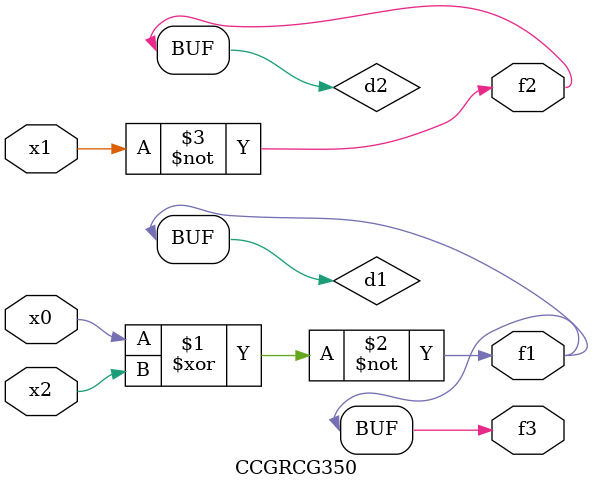
<source format=v>
module CCGRCG350(
	input x0, x1, x2,
	output f1, f2, f3
);

	wire d1, d2, d3;

	xnor (d1, x0, x2);
	nand (d2, x1);
	nor (d3, x1, x2);
	assign f1 = d1;
	assign f2 = d2;
	assign f3 = d1;
endmodule

</source>
